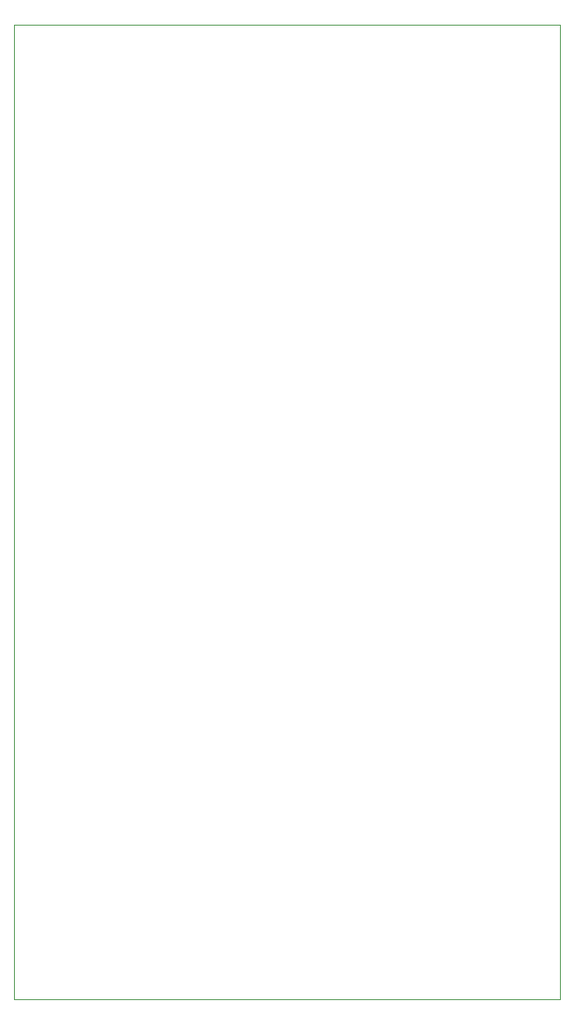
<source format=gbr>
%TF.GenerationSoftware,KiCad,Pcbnew,(6.0.11)*%
%TF.CreationDate,2023-04-04T09:41:14-05:00*%
%TF.ProjectId,SlidePlate,536c6964-6550-46c6-9174-652e6b696361,rev?*%
%TF.SameCoordinates,Original*%
%TF.FileFunction,Profile,NP*%
%FSLAX46Y46*%
G04 Gerber Fmt 4.6, Leading zero omitted, Abs format (unit mm)*
G04 Created by KiCad (PCBNEW (6.0.11)) date 2023-04-04 09:41:14*
%MOMM*%
%LPD*%
G01*
G04 APERTURE LIST*
%TA.AperFunction,Profile*%
%ADD10C,0.100000*%
%TD*%
G04 APERTURE END LIST*
D10*
X20000000Y-120000000D02*
X20000000Y-20000000D01*
X20000000Y-20000000D02*
X76000000Y-20000000D01*
X76000000Y-120000000D02*
X20000000Y-120000000D01*
X76000000Y-20000000D02*
X76000000Y-120000000D01*
M02*

</source>
